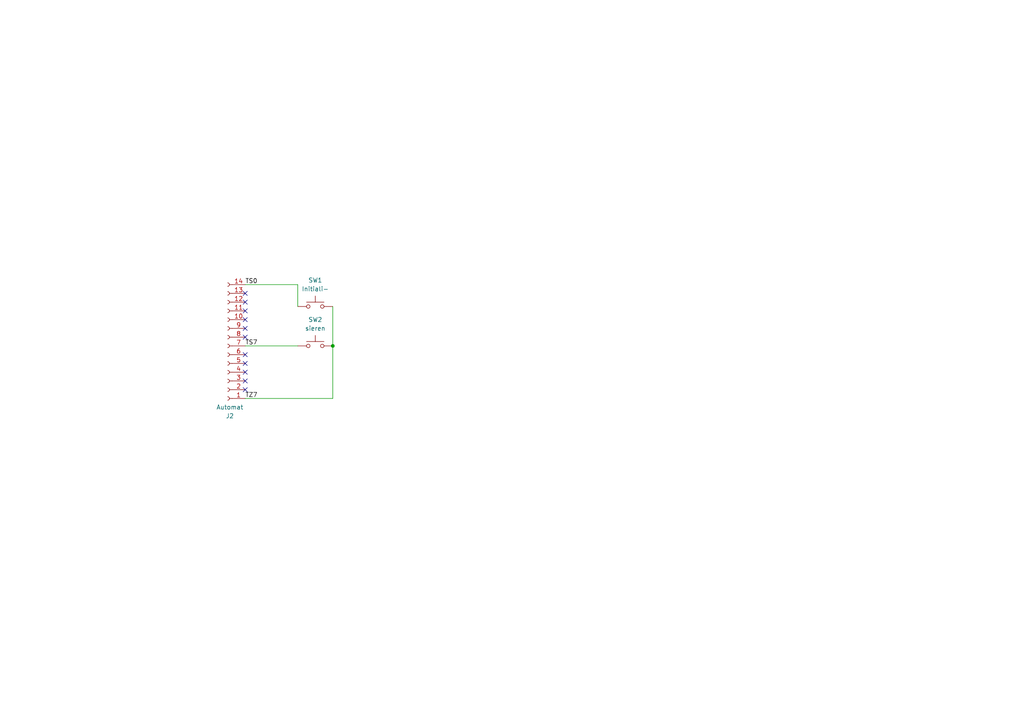
<source format=kicad_sch>
(kicad_sch (version 20231120) (generator "eeschema") (generator_version "8.0")
  (paper "A4")
  (lib_symbols
    (symbol "Connector:Conn_01x14_Socket" (pin_names (offset 1.016) hide)
      (property "Reference" "J" (at 0 17.78 0))
      (property "Value" "Conn_01x14_Socket" (at 0 -20.32 0))
      (symbol "Conn_01x14_Socket_1_1"
        (arc (start 0 -17.272) (mid -0.5058 -17.78) (end 0 -18.288) (stroke (width 0.1524)))
        (arc (start 0 -14.732) (mid -0.5058 -15.24) (end 0 -15.748) (stroke (width 0.1524)))
        (arc (start 0 -12.192) (mid -0.5058 -12.7) (end 0 -13.208) (stroke (width 0.1524)))
        (arc (start 0 -9.652) (mid -0.5058 -10.16) (end 0 -10.668) (stroke (width 0.1524)))
        (arc (start 0 -7.112) (mid -0.5058 -7.62) (end 0 -8.128) (stroke (width 0.1524)))
        (arc (start 0 -4.572) (mid -0.5058 -5.08) (end 0 -5.588) (stroke (width 0.1524)))
        (arc (start 0 -2.032) (mid -0.5058 -2.54) (end 0 -3.048) (stroke (width 0.1524)))
        (polyline (pts (xy -1.27 -17.78) (xy -0.508 -17.78)) (stroke (width 0.1524)))
        (polyline (pts (xy -1.27 -15.24) (xy -0.508 -15.24)) (stroke (width 0.1524)))
        (polyline (pts (xy -1.27 -12.7) (xy -0.508 -12.7)) (stroke (width 0.1524)))
        (polyline (pts (xy -1.27 -10.16) (xy -0.508 -10.16)) (stroke (width 0.1524)))
        (polyline (pts (xy -1.27 -7.62) (xy -0.508 -7.62)) (stroke (width 0.1524)))
        (polyline (pts (xy -1.27 -5.08) (xy -0.508 -5.08)) (stroke (width 0.1524)))
        (polyline (pts (xy -1.27 -2.54) (xy -0.508 -2.54)) (stroke (width 0.1524)))
        (polyline (pts (xy -1.27 0) (xy -0.508 0)) (stroke (width 0.1524)))
        (polyline (pts (xy -1.27 2.54) (xy -0.508 2.54)) (stroke (width 0.1524)))
        (polyline (pts (xy -1.27 5.08) (xy -0.508 5.08)) (stroke (width 0.1524)))
        (polyline (pts (xy -1.27 7.62) (xy -0.508 7.62)) (stroke (width 0.1524)))
        (polyline (pts (xy -1.27 10.16) (xy -0.508 10.16)) (stroke (width 0.1524)))
        (polyline (pts (xy -1.27 12.7) (xy -0.508 12.7)) (stroke (width 0.1524)))
        (polyline (pts (xy -1.27 15.24) (xy -0.508 15.24)) (stroke (width 0.1524)))
        (arc (start 0 0.508) (mid -0.5058 0) (end 0 -0.508) (stroke (width 0.1524)))
        (arc (start 0 3.048) (mid -0.5058 2.54) (end 0 2.032) (stroke (width 0.1524)))
        (arc (start 0 5.588) (mid -0.5058 5.08) (end 0 4.572) (stroke (width 0.1524)))
        (arc (start 0 8.128) (mid -0.5058 7.62) (end 0 7.112) (stroke (width 0.1524)))
        (arc (start 0 10.668) (mid -0.5058 10.16) (end 0 9.652) (stroke (width 0.1524)))
        (arc (start 0 13.208) (mid -0.5058 12.7) (end 0 12.192) (stroke (width 0.1524)))
        (arc (start 0 15.748) (mid -0.5058 15.24) (end 0 14.732) (stroke (width 0.1524)))
        (pin passive line (at -5.08 15.24 0) (length 3.81) (name "Pin_1") (number "1"))
        (pin passive line (at -5.08 -7.62 0) (length 3.81) (name "Pin_10") (number "10"))
        (pin passive line (at -5.08 -10.16 0) (length 3.81) (name "Pin_11") (number "11"))
        (pin passive line (at -5.08 -12.7 0) (length 3.81) (name "Pin_12") (number "12"))
        (pin passive line (at -5.08 -15.24 0) (length 3.81) (name "Pin_13") (number "13"))
        (pin passive line (at -5.08 -17.78 0) (length 3.81) (name "Pin_14") (number "14"))
        (pin passive line (at -5.08 12.7 0) (length 3.81) (name "Pin_2") (number "2"))
        (pin passive line (at -5.08 10.16 0) (length 3.81) (name "Pin_3") (number "3"))
        (pin passive line (at -5.08 7.62 0) (length 3.81) (name "Pin_4") (number "4"))
        (pin passive line (at -5.08 5.08 0) (length 3.81) (name "Pin_5") (number "5"))
        (pin passive line (at -5.08 2.54 0) (length 3.81) (name "Pin_6") (number "6"))
        (pin passive line (at -5.08 0 0) (length 3.81) (name "Pin_7") (number "7"))
        (pin passive line (at -5.08 -2.54 0) (length 3.81) (name "Pin_8") (number "8"))
        (pin passive line (at -5.08 -5.08 0) (length 3.81) (name "Pin_9") (number "9"))
      )
    )
    (symbol "Switch:SW_Push" (pin_numbers hide) (pin_names (offset 1.016) hide)
      (property "Reference" "SW" (at 1.27 2.54 0))
      (property "Value" "SW_Push" (at 0 -1.524 0))
      (symbol "SW_Push_0_1"
        (circle (center -2.032 0) (radius 0.508))
        (polyline (pts (xy 0 1.27) (xy 0 3.048)))
        (polyline (pts (xy 2.54 1.27) (xy -2.54 1.27)))
        (circle (center 2.032 0) (radius 0.508))
        (pin passive line (at -5.08 0 0) (length 2.54) (name "1") (number "1"))
        (pin passive line (at 5.08 0 180) (length 2.54) (name "2") (number "2"))
      )
    )
  )
  (junction (at 96.52 100.33))
  (no_connect (at 71.12 113.03))
  (no_connect (at 71.12 97.79))
  (no_connect (at 71.12 107.95))
  (no_connect (at 71.12 92.71))
  (no_connect (at 71.12 110.49))
  (no_connect (at 71.12 105.41))
  (no_connect (at 71.12 102.87))
  (no_connect (at 71.12 87.63))
  (no_connect (at 71.12 90.17))
  (no_connect (at 71.12 95.25))
  (no_connect (at 71.12 85.09))
  (wire (pts (xy 86.36 82.55) (xy 86.36 88.9)))
  (wire (pts (xy 96.52 88.9) (xy 96.52 100.33)))
  (wire (pts (xy 96.52 100.33) (xy 96.52 115.57)))
  (wire (pts (xy 71.12 100.33) (xy 86.36 100.33)))
  (wire (pts (xy 71.12 82.55) (xy 86.36 82.55)))
  (wire (pts (xy 71.12 115.57) (xy 96.52 115.57)))
  (label "TZ7" (at 71.12 115.57 0))
  (label "TS0" (at 71.12 82.55 0))
  (label "TS7" (at 71.12 100.33 0))
  (symbol (lib_id "Switch:SW_Push") (at 91.44 88.9 0) (unit 1)
    (property "Reference" "SW1" (at 91.44 81.28 0))
    (property "Value" "Initiali-" (at 91.44 83.82 0))
    (property "Footprint" "Button_Switch_SMD:SW_SPST_CK_RS282G05A3" (effects (hide yes)))
    (property "Description" "Push button switch, generic, two pins" (effects (hide yes)))
  )
  (symbol (lib_id "Connector:Conn_01x14_Socket") (at 66.04 100.33 180) (unit 1)
    (property "Reference" "J2" (at 66.675 120.65 0))
    (property "Value" "Automat" (at 66.675 118.11 0))
    (property "Footprint" "Connector_PinSocket_2.54mm:PinSocket_1x14_P2.54mm_Vertical" (effects (hide yes)))
    (property "Description" "Generic connector, single row, 01x14, script generated" (effects (hide yes)))
  )
  (symbol (lib_id "Switch:SW_Push") (at 91.44 100.33 0) (unit 1)
    (property "Reference" "SW2" (at 91.44 92.71 0))
    (property "Value" "sieren" (at 91.44 95.25 0))
    (property "Footprint" "Button_Switch_SMD:SW_SPST_CK_RS282G05A3" (effects (hide yes)))
    (property "Description" "Push button switch, generic, two pins" (effects (hide yes)))
  )
)
</source>
